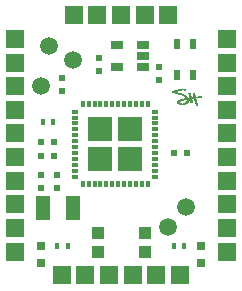
<source format=gbr>
G04 #@! TF.FileFunction,Soldermask,Top*
%FSLAX46Y46*%
G04 Gerber Fmt 4.6, Leading zero omitted, Abs format (unit mm)*
G04 Created by KiCad (PCBNEW 4.0.7) date 07/19/18 20:32:38*
%MOMM*%
%LPD*%
G01*
G04 APERTURE LIST*
%ADD10C,0.100000*%
%ADD11C,0.010000*%
%ADD12R,1.500000X1.500000*%
%ADD13R,0.500000X0.600000*%
%ADD14R,0.600000X0.500000*%
%ADD15R,0.797560X0.797560*%
%ADD16R,0.400000X0.600000*%
%ADD17R,1.237160X2.037160*%
%ADD18R,0.500000X0.900000*%
%ADD19C,1.500000*%
%ADD20R,0.300000X0.550000*%
%ADD21R,0.550000X0.300000*%
%ADD22R,2.002000X2.002000*%
%ADD23R,1.000000X1.000000*%
%ADD24R,1.060000X0.650000*%
G04 APERTURE END LIST*
D10*
D11*
G36*
X114288794Y-84213118D02*
X114293962Y-84213336D01*
X114323879Y-84214903D01*
X114354861Y-84231555D01*
X114373703Y-84242000D01*
X114388833Y-84251152D01*
X114400830Y-84259424D01*
X114410273Y-84267229D01*
X114417741Y-84274979D01*
X114420431Y-84278322D01*
X114426120Y-84286394D01*
X114430187Y-84293368D01*
X114432322Y-84298544D01*
X114432212Y-84301224D01*
X114430615Y-84301231D01*
X114425584Y-84299736D01*
X114417020Y-84297639D01*
X114405935Y-84295150D01*
X114393340Y-84292481D01*
X114380248Y-84289843D01*
X114367672Y-84287448D01*
X114356624Y-84285507D01*
X114351298Y-84284670D01*
X114299318Y-84278929D01*
X114244262Y-84276529D01*
X114186228Y-84277456D01*
X114125315Y-84281699D01*
X114061623Y-84289244D01*
X113995251Y-84300079D01*
X113926298Y-84314191D01*
X113854863Y-84331569D01*
X113781045Y-84352198D01*
X113753594Y-84360515D01*
X113734626Y-84366489D01*
X113714479Y-84373035D01*
X113693590Y-84379993D01*
X113672395Y-84387205D01*
X113651333Y-84394512D01*
X113630839Y-84401756D01*
X113611352Y-84408778D01*
X113593308Y-84415419D01*
X113577144Y-84421520D01*
X113563298Y-84426924D01*
X113552206Y-84431471D01*
X113544307Y-84435002D01*
X113540035Y-84437359D01*
X113539460Y-84438247D01*
X113542220Y-84439481D01*
X113549052Y-84441996D01*
X113559623Y-84445686D01*
X113573604Y-84450440D01*
X113590662Y-84456149D01*
X113610466Y-84462704D01*
X113632685Y-84469996D01*
X113656986Y-84477916D01*
X113683038Y-84486355D01*
X113710509Y-84495203D01*
X113739069Y-84504351D01*
X113768386Y-84513691D01*
X113774455Y-84515618D01*
X113828772Y-84532961D01*
X113878965Y-84549222D01*
X113925365Y-84564527D01*
X113968304Y-84578999D01*
X114008116Y-84592765D01*
X114045132Y-84605948D01*
X114079686Y-84618675D01*
X114112110Y-84631069D01*
X114142735Y-84643257D01*
X114171896Y-84655362D01*
X114199923Y-84667511D01*
X114227150Y-84679827D01*
X114253910Y-84692436D01*
X114280534Y-84705463D01*
X114283672Y-84707028D01*
X114344695Y-84739265D01*
X114401318Y-84772777D01*
X114453587Y-84807594D01*
X114501551Y-84843746D01*
X114526127Y-84864223D01*
X114539978Y-84876605D01*
X114555205Y-84890912D01*
X114570888Y-84906226D01*
X114586109Y-84921627D01*
X114599947Y-84936196D01*
X114611483Y-84949014D01*
X114614677Y-84952760D01*
X114628881Y-84969730D01*
X114647354Y-84968534D01*
X114656798Y-84967451D01*
X114669125Y-84965367D01*
X114682789Y-84962574D01*
X114696238Y-84959365D01*
X114697159Y-84959125D01*
X114710379Y-84955920D01*
X114724275Y-84952997D01*
X114738015Y-84950481D01*
X114750771Y-84948499D01*
X114761712Y-84947177D01*
X114770010Y-84946642D01*
X114774834Y-84947018D01*
X114775362Y-84947245D01*
X114777324Y-84947712D01*
X114778600Y-84945920D01*
X114779225Y-84941377D01*
X114779233Y-84933591D01*
X114778658Y-84922068D01*
X114777891Y-84911018D01*
X114776257Y-84890903D01*
X114774372Y-84871707D01*
X114772131Y-84852818D01*
X114769430Y-84833621D01*
X114766165Y-84813502D01*
X114762230Y-84791849D01*
X114757521Y-84768048D01*
X114751935Y-84741485D01*
X114745366Y-84711547D01*
X114739486Y-84685426D01*
X114734342Y-84662461D01*
X114729529Y-84640383D01*
X114725146Y-84619691D01*
X114721294Y-84600884D01*
X114718073Y-84584463D01*
X114715581Y-84570928D01*
X114713920Y-84560778D01*
X114713189Y-84554513D01*
X114713163Y-84553694D01*
X114715346Y-84550112D01*
X114721391Y-84546607D01*
X114730546Y-84543411D01*
X114742057Y-84540754D01*
X114755173Y-84538865D01*
X114763963Y-84538171D01*
X114781034Y-84538146D01*
X114795074Y-84540392D01*
X114807290Y-84545352D01*
X114818893Y-84553472D01*
X114827539Y-84561516D01*
X114836605Y-84571631D01*
X114844775Y-84582936D01*
X114852131Y-84595748D01*
X114858756Y-84610387D01*
X114864730Y-84627170D01*
X114870136Y-84646416D01*
X114875056Y-84668444D01*
X114879571Y-84693572D01*
X114883764Y-84722119D01*
X114887716Y-84754403D01*
X114891509Y-84790743D01*
X114894355Y-84821491D01*
X114896004Y-84839844D01*
X114897675Y-84857943D01*
X114899286Y-84874914D01*
X114900752Y-84889882D01*
X114901989Y-84901972D01*
X114902891Y-84910121D01*
X114905607Y-84932943D01*
X114943890Y-84931612D01*
X114982101Y-84929018D01*
X115019118Y-84924156D01*
X115042326Y-84920780D01*
X115065001Y-84918542D01*
X115089349Y-84917241D01*
X115097627Y-84916996D01*
X115139191Y-84915959D01*
X115138925Y-84895856D01*
X115138697Y-84888517D01*
X115138128Y-84881289D01*
X115137087Y-84873628D01*
X115135445Y-84864991D01*
X115133073Y-84854835D01*
X115129839Y-84842616D01*
X115125614Y-84827790D01*
X115120269Y-84809814D01*
X115113674Y-84788144D01*
X115111506Y-84781081D01*
X115104427Y-84757991D01*
X115098569Y-84738713D01*
X115093767Y-84722652D01*
X115089853Y-84709215D01*
X115086663Y-84697808D01*
X115084030Y-84687838D01*
X115081789Y-84678711D01*
X115079773Y-84669833D01*
X115077816Y-84660611D01*
X115077794Y-84660505D01*
X115075153Y-84644956D01*
X115073379Y-84628680D01*
X115072504Y-84612747D01*
X115072560Y-84598224D01*
X115073579Y-84586182D01*
X115075328Y-84578400D01*
X115081966Y-84565643D01*
X115091323Y-84556181D01*
X115102714Y-84550187D01*
X115115454Y-84547836D01*
X115128859Y-84549301D01*
X115142242Y-84554756D01*
X115149425Y-84559582D01*
X115160834Y-84570140D01*
X115171779Y-84583753D01*
X115182323Y-84600592D01*
X115192530Y-84620827D01*
X115202466Y-84644626D01*
X115212192Y-84672160D01*
X115221774Y-84703598D01*
X115231275Y-84739110D01*
X115240759Y-84778865D01*
X115250290Y-84823033D01*
X115252204Y-84832396D01*
X115255283Y-84847523D01*
X115258133Y-84861410D01*
X115260599Y-84873320D01*
X115262530Y-84882516D01*
X115263773Y-84888261D01*
X115264072Y-84889546D01*
X115264994Y-84892356D01*
X115266682Y-84894078D01*
X115270110Y-84894976D01*
X115276256Y-84895315D01*
X115285491Y-84895361D01*
X115310053Y-84894905D01*
X115335788Y-84893546D01*
X115363103Y-84891230D01*
X115392408Y-84887899D01*
X115424110Y-84883497D01*
X115458618Y-84877967D01*
X115496342Y-84871254D01*
X115537690Y-84863300D01*
X115580227Y-84854642D01*
X115621195Y-84846257D01*
X115657750Y-84839073D01*
X115689883Y-84833092D01*
X115717586Y-84828316D01*
X115740849Y-84824745D01*
X115759665Y-84822381D01*
X115761845Y-84822156D01*
X115781827Y-84820160D01*
X115783098Y-84827994D01*
X115783716Y-84835654D01*
X115782856Y-84843677D01*
X115780276Y-84853211D01*
X115775733Y-84865406D01*
X115774602Y-84868180D01*
X115770547Y-84877423D01*
X115767292Y-84883124D01*
X115764242Y-84886145D01*
X115761491Y-84887226D01*
X115755352Y-84888314D01*
X115745032Y-84889891D01*
X115730936Y-84891906D01*
X115713467Y-84894309D01*
X115693032Y-84897048D01*
X115670035Y-84900073D01*
X115644880Y-84903333D01*
X115617974Y-84906778D01*
X115589721Y-84910355D01*
X115560525Y-84914015D01*
X115530791Y-84917706D01*
X115500926Y-84921379D01*
X115471332Y-84924981D01*
X115442417Y-84928462D01*
X115414583Y-84931772D01*
X115388237Y-84934859D01*
X115363782Y-84937673D01*
X115341625Y-84940162D01*
X115327381Y-84941719D01*
X115313522Y-84943236D01*
X115301335Y-84944616D01*
X115291527Y-84945774D01*
X115284802Y-84946628D01*
X115281867Y-84947094D01*
X115281799Y-84947123D01*
X115282320Y-84949378D01*
X115284093Y-84955355D01*
X115286913Y-84964397D01*
X115290573Y-84975843D01*
X115294867Y-84989036D01*
X115296017Y-84992533D01*
X115302069Y-85011388D01*
X115307871Y-85030523D01*
X115313580Y-85050537D01*
X115319350Y-85072028D01*
X115325338Y-85095597D01*
X115331699Y-85121842D01*
X115338589Y-85151361D01*
X115346165Y-85184755D01*
X115347035Y-85188636D01*
X115354331Y-85221012D01*
X115360843Y-85249401D01*
X115366703Y-85274343D01*
X115372044Y-85296376D01*
X115377001Y-85316041D01*
X115381705Y-85333877D01*
X115386291Y-85350423D01*
X115390891Y-85366218D01*
X115390935Y-85366366D01*
X115395735Y-85381954D01*
X115400203Y-85395061D01*
X115404861Y-85406873D01*
X115410227Y-85418575D01*
X115416822Y-85431353D01*
X115425166Y-85446393D01*
X115428949Y-85453027D01*
X115439635Y-85472973D01*
X115447224Y-85490359D01*
X115451897Y-85505873D01*
X115453838Y-85520205D01*
X115453228Y-85534044D01*
X115452128Y-85540505D01*
X115449251Y-85551026D01*
X115445321Y-85557692D01*
X115439480Y-85561264D01*
X115430869Y-85562501D01*
X115427250Y-85562526D01*
X115417765Y-85561785D01*
X115408401Y-85560099D01*
X115404330Y-85558927D01*
X115396929Y-85555327D01*
X115388751Y-85549936D01*
X115384703Y-85546669D01*
X115381007Y-85543316D01*
X115377647Y-85539970D01*
X115374456Y-85536286D01*
X115371267Y-85531921D01*
X115367913Y-85526529D01*
X115364228Y-85519768D01*
X115360044Y-85511293D01*
X115355195Y-85500759D01*
X115349513Y-85487823D01*
X115342833Y-85472140D01*
X115334986Y-85453367D01*
X115325807Y-85431158D01*
X115315127Y-85405170D01*
X115309819Y-85392227D01*
X115301097Y-85370634D01*
X115292131Y-85347777D01*
X115282756Y-85323206D01*
X115272805Y-85296468D01*
X115262112Y-85267112D01*
X115250511Y-85234687D01*
X115237835Y-85198741D01*
X115224648Y-85160927D01*
X115212700Y-85126593D01*
X115201488Y-85094544D01*
X115191129Y-85065109D01*
X115181740Y-85038616D01*
X115173437Y-85015392D01*
X115166335Y-84995767D01*
X115160553Y-84980067D01*
X115158777Y-84975333D01*
X115153651Y-84961767D01*
X115141803Y-84963253D01*
X115136551Y-84963880D01*
X115127388Y-84964940D01*
X115114991Y-84966356D01*
X115100039Y-84968050D01*
X115083210Y-84969946D01*
X115065183Y-84971967D01*
X115058372Y-84972727D01*
X115038470Y-84974982D01*
X115018082Y-84977353D01*
X114998201Y-84979719D01*
X114979821Y-84981962D01*
X114963936Y-84983962D01*
X114951538Y-84985598D01*
X114950422Y-84985752D01*
X114914054Y-84990788D01*
X114914054Y-85004119D01*
X114914464Y-85010826D01*
X114915598Y-85021012D01*
X114917316Y-85033623D01*
X114919476Y-85047602D01*
X114921344Y-85058593D01*
X114924713Y-85078982D01*
X114927015Y-85096528D01*
X114928420Y-85112838D01*
X114929098Y-85129520D01*
X114929152Y-85132418D01*
X114929451Y-85144386D01*
X114929916Y-85154783D01*
X114930491Y-85162692D01*
X114931120Y-85167199D01*
X114931330Y-85167786D01*
X114933789Y-85169988D01*
X114939364Y-85174143D01*
X114947288Y-85179702D01*
X114956795Y-85186118D01*
X114959299Y-85187772D01*
X114976226Y-85199840D01*
X114989007Y-85211293D01*
X114997963Y-85222691D01*
X115003415Y-85234593D01*
X115005682Y-85247562D01*
X115005087Y-85262157D01*
X115004433Y-85266719D01*
X115000137Y-85279126D01*
X114991720Y-85290126D01*
X114979584Y-85299248D01*
X114974261Y-85302039D01*
X114962953Y-85305707D01*
X114948449Y-85307847D01*
X114931930Y-85308404D01*
X114914578Y-85307321D01*
X114902155Y-85305479D01*
X114893225Y-85303574D01*
X114882304Y-85300907D01*
X114870300Y-85297741D01*
X114858121Y-85294336D01*
X114846675Y-85290955D01*
X114836871Y-85287860D01*
X114829617Y-85285312D01*
X114825821Y-85283574D01*
X114825629Y-85283421D01*
X114824245Y-85280258D01*
X114822292Y-85273150D01*
X114819890Y-85262718D01*
X114817161Y-85249585D01*
X114814226Y-85234372D01*
X114811204Y-85217700D01*
X114808217Y-85200192D01*
X114805385Y-85182468D01*
X114803276Y-85168294D01*
X114801624Y-85156129D01*
X114799773Y-85141421D01*
X114797801Y-85124903D01*
X114795786Y-85107309D01*
X114793808Y-85089372D01*
X114791944Y-85071824D01*
X114790272Y-85055400D01*
X114788871Y-85040832D01*
X114787819Y-85028853D01*
X114787195Y-85020197D01*
X114787054Y-85016433D01*
X114785826Y-85015170D01*
X114781690Y-85015169D01*
X114773969Y-85016454D01*
X114771468Y-85016965D01*
X114765300Y-85018370D01*
X114756179Y-85020598D01*
X114744870Y-85023447D01*
X114732138Y-85026715D01*
X114718749Y-85030201D01*
X114705468Y-85033703D01*
X114693061Y-85037021D01*
X114682294Y-85039952D01*
X114673931Y-85042295D01*
X114668739Y-85043849D01*
X114667398Y-85044361D01*
X114667901Y-85046607D01*
X114670024Y-85051524D01*
X114671400Y-85054318D01*
X114678728Y-85072266D01*
X114684332Y-85093427D01*
X114688084Y-85116679D01*
X114689853Y-85140899D01*
X114689509Y-85164965D01*
X114686924Y-85187756D01*
X114686856Y-85188149D01*
X114678236Y-85224573D01*
X114665323Y-85260548D01*
X114648441Y-85295591D01*
X114627916Y-85329219D01*
X114604073Y-85360948D01*
X114577237Y-85390295D01*
X114547732Y-85416776D01*
X114518933Y-85437914D01*
X114485704Y-85458140D01*
X114451401Y-85475434D01*
X114415401Y-85490014D01*
X114377084Y-85502101D01*
X114335826Y-85511915D01*
X114291008Y-85519675D01*
X114285981Y-85520392D01*
X114270282Y-85522077D01*
X114250957Y-85523335D01*
X114228982Y-85524168D01*
X114205330Y-85524575D01*
X114180975Y-85524556D01*
X114156891Y-85524114D01*
X114134051Y-85523246D01*
X114113430Y-85521955D01*
X114096636Y-85520318D01*
X114067122Y-85516259D01*
X114036672Y-85511216D01*
X114006310Y-85505404D01*
X113977059Y-85499037D01*
X113949945Y-85492332D01*
X113925989Y-85485502D01*
X113917085Y-85482637D01*
X113890055Y-85472490D01*
X113864011Y-85460618D01*
X113839531Y-85447396D01*
X113817194Y-85433196D01*
X113797578Y-85418395D01*
X113781261Y-85403365D01*
X113768822Y-85388481D01*
X113766735Y-85385375D01*
X113758765Y-85369302D01*
X113754499Y-85352220D01*
X113754334Y-85342288D01*
X113879679Y-85342288D01*
X113880227Y-85357186D01*
X113884062Y-85369616D01*
X113892652Y-85382625D01*
X113905531Y-85395375D01*
X113922372Y-85407708D01*
X113942849Y-85419468D01*
X113966635Y-85430499D01*
X113993401Y-85440644D01*
X114022822Y-85449748D01*
X114054569Y-85457652D01*
X114078068Y-85462401D01*
X114108132Y-85467356D01*
X114135003Y-85470514D01*
X114159712Y-85471942D01*
X114183292Y-85471703D01*
X114203187Y-85470241D01*
X114241817Y-85464481D01*
X114280003Y-85455193D01*
X114317370Y-85442638D01*
X114353541Y-85427077D01*
X114388143Y-85408770D01*
X114420800Y-85387978D01*
X114451137Y-85364963D01*
X114478778Y-85339985D01*
X114503350Y-85313305D01*
X114524476Y-85285184D01*
X114541782Y-85255883D01*
X114554892Y-85225662D01*
X114554908Y-85225617D01*
X114562144Y-85201913D01*
X114566370Y-85179255D01*
X114567958Y-85155544D01*
X114567991Y-85151691D01*
X114566274Y-85122845D01*
X114560826Y-85095660D01*
X114552267Y-85070872D01*
X114547723Y-85060023D01*
X114544388Y-85052864D01*
X114541754Y-85048801D01*
X114539309Y-85047239D01*
X114536546Y-85047582D01*
X114533500Y-85048961D01*
X114529248Y-85050484D01*
X114520915Y-85052904D01*
X114508929Y-85056115D01*
X114493717Y-85060012D01*
X114475707Y-85064489D01*
X114455325Y-85069440D01*
X114433001Y-85074759D01*
X114409160Y-85080341D01*
X114384230Y-85086079D01*
X114374881Y-85088206D01*
X114330979Y-85098483D01*
X114290837Y-85108603D01*
X114253621Y-85118837D01*
X114218493Y-85129457D01*
X114184617Y-85140733D01*
X114151155Y-85152937D01*
X114117271Y-85166341D01*
X114082129Y-85181216D01*
X114065489Y-85188547D01*
X114028608Y-85205675D01*
X113996159Y-85222251D01*
X113968003Y-85238371D01*
X113943999Y-85254133D01*
X113924008Y-85269634D01*
X113907890Y-85284970D01*
X113895505Y-85300239D01*
X113889007Y-85310891D01*
X113882634Y-85326525D01*
X113879679Y-85342288D01*
X113754334Y-85342288D01*
X113754217Y-85335347D01*
X113754620Y-85332368D01*
X113759665Y-85312370D01*
X113768447Y-85290846D01*
X113780630Y-85268442D01*
X113795876Y-85245804D01*
X113807825Y-85230599D01*
X113824822Y-85212878D01*
X113846095Y-85195196D01*
X113871307Y-85177731D01*
X113900120Y-85160664D01*
X113932193Y-85144174D01*
X113967190Y-85128442D01*
X114004770Y-85113647D01*
X114044597Y-85099969D01*
X114066618Y-85093199D01*
X114083688Y-85088224D01*
X114100161Y-85083575D01*
X114116529Y-85079136D01*
X114133280Y-85074794D01*
X114150906Y-85070433D01*
X114169895Y-85065939D01*
X114190738Y-85061196D01*
X114213924Y-85056090D01*
X114239944Y-85050506D01*
X114269287Y-85044330D01*
X114302444Y-85037446D01*
X114319531Y-85033923D01*
X114350658Y-85027484D01*
X114379811Y-85021384D01*
X114406701Y-85015688D01*
X114431038Y-85010459D01*
X114452533Y-85005761D01*
X114470897Y-85001657D01*
X114485841Y-84998212D01*
X114497075Y-84995490D01*
X114504310Y-84993553D01*
X114507075Y-84992586D01*
X114506966Y-84990241D01*
X114503791Y-84985083D01*
X114497856Y-84977460D01*
X114489465Y-84967718D01*
X114478922Y-84956203D01*
X114466531Y-84943260D01*
X114452596Y-84929238D01*
X114443926Y-84920745D01*
X114401672Y-84882508D01*
X114355212Y-84845634D01*
X114304793Y-84810264D01*
X114250664Y-84776539D01*
X114193071Y-84744600D01*
X114132263Y-84714588D01*
X114068486Y-84686643D01*
X114001989Y-84660908D01*
X113965156Y-84648019D01*
X113945256Y-84641390D01*
X113926426Y-84635311D01*
X113907999Y-84629596D01*
X113889308Y-84624059D01*
X113869687Y-84618512D01*
X113848467Y-84612768D01*
X113824983Y-84606640D01*
X113798568Y-84599942D01*
X113768554Y-84592486D01*
X113756701Y-84589571D01*
X113727912Y-84582479D01*
X113702980Y-84576269D01*
X113681266Y-84570763D01*
X113662133Y-84565785D01*
X113644942Y-84561160D01*
X113629054Y-84556710D01*
X113613830Y-84552260D01*
X113598633Y-84547633D01*
X113582824Y-84542652D01*
X113565765Y-84537142D01*
X113559772Y-84535184D01*
X113542424Y-84529592D01*
X113523570Y-84523665D01*
X113504692Y-84517857D01*
X113487273Y-84512627D01*
X113473181Y-84508538D01*
X113445747Y-84500312D01*
X113422616Y-84492291D01*
X113403491Y-84484297D01*
X113388073Y-84476150D01*
X113376063Y-84467670D01*
X113367163Y-84458677D01*
X113361076Y-84448992D01*
X113357607Y-84438905D01*
X113356531Y-84429045D01*
X113358327Y-84420229D01*
X113363326Y-84412055D01*
X113371863Y-84404119D01*
X113384269Y-84396020D01*
X113399908Y-84387826D01*
X113410791Y-84382755D01*
X113422603Y-84377706D01*
X113435667Y-84372577D01*
X113450304Y-84367271D01*
X113466835Y-84361688D01*
X113485580Y-84355728D01*
X113506862Y-84349293D01*
X113531002Y-84342283D01*
X113558320Y-84334599D01*
X113589138Y-84326141D01*
X113623777Y-84316811D01*
X113662558Y-84306509D01*
X113665991Y-84305603D01*
X113716020Y-84292558D01*
X113762154Y-84280885D01*
X113804875Y-84270490D01*
X113844667Y-84261278D01*
X113882012Y-84253153D01*
X113917395Y-84246021D01*
X113951297Y-84239787D01*
X113984203Y-84234355D01*
X114016595Y-84229631D01*
X114048956Y-84225519D01*
X114081770Y-84221926D01*
X114101254Y-84220036D01*
X114119837Y-84218508D01*
X114140965Y-84217101D01*
X114163787Y-84215844D01*
X114187456Y-84214767D01*
X114211123Y-84213900D01*
X114233939Y-84213272D01*
X114255055Y-84212913D01*
X114273623Y-84212852D01*
X114288794Y-84213118D01*
X114288794Y-84213118D01*
G37*
X114288794Y-84213118D02*
X114293962Y-84213336D01*
X114323879Y-84214903D01*
X114354861Y-84231555D01*
X114373703Y-84242000D01*
X114388833Y-84251152D01*
X114400830Y-84259424D01*
X114410273Y-84267229D01*
X114417741Y-84274979D01*
X114420431Y-84278322D01*
X114426120Y-84286394D01*
X114430187Y-84293368D01*
X114432322Y-84298544D01*
X114432212Y-84301224D01*
X114430615Y-84301231D01*
X114425584Y-84299736D01*
X114417020Y-84297639D01*
X114405935Y-84295150D01*
X114393340Y-84292481D01*
X114380248Y-84289843D01*
X114367672Y-84287448D01*
X114356624Y-84285507D01*
X114351298Y-84284670D01*
X114299318Y-84278929D01*
X114244262Y-84276529D01*
X114186228Y-84277456D01*
X114125315Y-84281699D01*
X114061623Y-84289244D01*
X113995251Y-84300079D01*
X113926298Y-84314191D01*
X113854863Y-84331569D01*
X113781045Y-84352198D01*
X113753594Y-84360515D01*
X113734626Y-84366489D01*
X113714479Y-84373035D01*
X113693590Y-84379993D01*
X113672395Y-84387205D01*
X113651333Y-84394512D01*
X113630839Y-84401756D01*
X113611352Y-84408778D01*
X113593308Y-84415419D01*
X113577144Y-84421520D01*
X113563298Y-84426924D01*
X113552206Y-84431471D01*
X113544307Y-84435002D01*
X113540035Y-84437359D01*
X113539460Y-84438247D01*
X113542220Y-84439481D01*
X113549052Y-84441996D01*
X113559623Y-84445686D01*
X113573604Y-84450440D01*
X113590662Y-84456149D01*
X113610466Y-84462704D01*
X113632685Y-84469996D01*
X113656986Y-84477916D01*
X113683038Y-84486355D01*
X113710509Y-84495203D01*
X113739069Y-84504351D01*
X113768386Y-84513691D01*
X113774455Y-84515618D01*
X113828772Y-84532961D01*
X113878965Y-84549222D01*
X113925365Y-84564527D01*
X113968304Y-84578999D01*
X114008116Y-84592765D01*
X114045132Y-84605948D01*
X114079686Y-84618675D01*
X114112110Y-84631069D01*
X114142735Y-84643257D01*
X114171896Y-84655362D01*
X114199923Y-84667511D01*
X114227150Y-84679827D01*
X114253910Y-84692436D01*
X114280534Y-84705463D01*
X114283672Y-84707028D01*
X114344695Y-84739265D01*
X114401318Y-84772777D01*
X114453587Y-84807594D01*
X114501551Y-84843746D01*
X114526127Y-84864223D01*
X114539978Y-84876605D01*
X114555205Y-84890912D01*
X114570888Y-84906226D01*
X114586109Y-84921627D01*
X114599947Y-84936196D01*
X114611483Y-84949014D01*
X114614677Y-84952760D01*
X114628881Y-84969730D01*
X114647354Y-84968534D01*
X114656798Y-84967451D01*
X114669125Y-84965367D01*
X114682789Y-84962574D01*
X114696238Y-84959365D01*
X114697159Y-84959125D01*
X114710379Y-84955920D01*
X114724275Y-84952997D01*
X114738015Y-84950481D01*
X114750771Y-84948499D01*
X114761712Y-84947177D01*
X114770010Y-84946642D01*
X114774834Y-84947018D01*
X114775362Y-84947245D01*
X114777324Y-84947712D01*
X114778600Y-84945920D01*
X114779225Y-84941377D01*
X114779233Y-84933591D01*
X114778658Y-84922068D01*
X114777891Y-84911018D01*
X114776257Y-84890903D01*
X114774372Y-84871707D01*
X114772131Y-84852818D01*
X114769430Y-84833621D01*
X114766165Y-84813502D01*
X114762230Y-84791849D01*
X114757521Y-84768048D01*
X114751935Y-84741485D01*
X114745366Y-84711547D01*
X114739486Y-84685426D01*
X114734342Y-84662461D01*
X114729529Y-84640383D01*
X114725146Y-84619691D01*
X114721294Y-84600884D01*
X114718073Y-84584463D01*
X114715581Y-84570928D01*
X114713920Y-84560778D01*
X114713189Y-84554513D01*
X114713163Y-84553694D01*
X114715346Y-84550112D01*
X114721391Y-84546607D01*
X114730546Y-84543411D01*
X114742057Y-84540754D01*
X114755173Y-84538865D01*
X114763963Y-84538171D01*
X114781034Y-84538146D01*
X114795074Y-84540392D01*
X114807290Y-84545352D01*
X114818893Y-84553472D01*
X114827539Y-84561516D01*
X114836605Y-84571631D01*
X114844775Y-84582936D01*
X114852131Y-84595748D01*
X114858756Y-84610387D01*
X114864730Y-84627170D01*
X114870136Y-84646416D01*
X114875056Y-84668444D01*
X114879571Y-84693572D01*
X114883764Y-84722119D01*
X114887716Y-84754403D01*
X114891509Y-84790743D01*
X114894355Y-84821491D01*
X114896004Y-84839844D01*
X114897675Y-84857943D01*
X114899286Y-84874914D01*
X114900752Y-84889882D01*
X114901989Y-84901972D01*
X114902891Y-84910121D01*
X114905607Y-84932943D01*
X114943890Y-84931612D01*
X114982101Y-84929018D01*
X115019118Y-84924156D01*
X115042326Y-84920780D01*
X115065001Y-84918542D01*
X115089349Y-84917241D01*
X115097627Y-84916996D01*
X115139191Y-84915959D01*
X115138925Y-84895856D01*
X115138697Y-84888517D01*
X115138128Y-84881289D01*
X115137087Y-84873628D01*
X115135445Y-84864991D01*
X115133073Y-84854835D01*
X115129839Y-84842616D01*
X115125614Y-84827790D01*
X115120269Y-84809814D01*
X115113674Y-84788144D01*
X115111506Y-84781081D01*
X115104427Y-84757991D01*
X115098569Y-84738713D01*
X115093767Y-84722652D01*
X115089853Y-84709215D01*
X115086663Y-84697808D01*
X115084030Y-84687838D01*
X115081789Y-84678711D01*
X115079773Y-84669833D01*
X115077816Y-84660611D01*
X115077794Y-84660505D01*
X115075153Y-84644956D01*
X115073379Y-84628680D01*
X115072504Y-84612747D01*
X115072560Y-84598224D01*
X115073579Y-84586182D01*
X115075328Y-84578400D01*
X115081966Y-84565643D01*
X115091323Y-84556181D01*
X115102714Y-84550187D01*
X115115454Y-84547836D01*
X115128859Y-84549301D01*
X115142242Y-84554756D01*
X115149425Y-84559582D01*
X115160834Y-84570140D01*
X115171779Y-84583753D01*
X115182323Y-84600592D01*
X115192530Y-84620827D01*
X115202466Y-84644626D01*
X115212192Y-84672160D01*
X115221774Y-84703598D01*
X115231275Y-84739110D01*
X115240759Y-84778865D01*
X115250290Y-84823033D01*
X115252204Y-84832396D01*
X115255283Y-84847523D01*
X115258133Y-84861410D01*
X115260599Y-84873320D01*
X115262530Y-84882516D01*
X115263773Y-84888261D01*
X115264072Y-84889546D01*
X115264994Y-84892356D01*
X115266682Y-84894078D01*
X115270110Y-84894976D01*
X115276256Y-84895315D01*
X115285491Y-84895361D01*
X115310053Y-84894905D01*
X115335788Y-84893546D01*
X115363103Y-84891230D01*
X115392408Y-84887899D01*
X115424110Y-84883497D01*
X115458618Y-84877967D01*
X115496342Y-84871254D01*
X115537690Y-84863300D01*
X115580227Y-84854642D01*
X115621195Y-84846257D01*
X115657750Y-84839073D01*
X115689883Y-84833092D01*
X115717586Y-84828316D01*
X115740849Y-84824745D01*
X115759665Y-84822381D01*
X115761845Y-84822156D01*
X115781827Y-84820160D01*
X115783098Y-84827994D01*
X115783716Y-84835654D01*
X115782856Y-84843677D01*
X115780276Y-84853211D01*
X115775733Y-84865406D01*
X115774602Y-84868180D01*
X115770547Y-84877423D01*
X115767292Y-84883124D01*
X115764242Y-84886145D01*
X115761491Y-84887226D01*
X115755352Y-84888314D01*
X115745032Y-84889891D01*
X115730936Y-84891906D01*
X115713467Y-84894309D01*
X115693032Y-84897048D01*
X115670035Y-84900073D01*
X115644880Y-84903333D01*
X115617974Y-84906778D01*
X115589721Y-84910355D01*
X115560525Y-84914015D01*
X115530791Y-84917706D01*
X115500926Y-84921379D01*
X115471332Y-84924981D01*
X115442417Y-84928462D01*
X115414583Y-84931772D01*
X115388237Y-84934859D01*
X115363782Y-84937673D01*
X115341625Y-84940162D01*
X115327381Y-84941719D01*
X115313522Y-84943236D01*
X115301335Y-84944616D01*
X115291527Y-84945774D01*
X115284802Y-84946628D01*
X115281867Y-84947094D01*
X115281799Y-84947123D01*
X115282320Y-84949378D01*
X115284093Y-84955355D01*
X115286913Y-84964397D01*
X115290573Y-84975843D01*
X115294867Y-84989036D01*
X115296017Y-84992533D01*
X115302069Y-85011388D01*
X115307871Y-85030523D01*
X115313580Y-85050537D01*
X115319350Y-85072028D01*
X115325338Y-85095597D01*
X115331699Y-85121842D01*
X115338589Y-85151361D01*
X115346165Y-85184755D01*
X115347035Y-85188636D01*
X115354331Y-85221012D01*
X115360843Y-85249401D01*
X115366703Y-85274343D01*
X115372044Y-85296376D01*
X115377001Y-85316041D01*
X115381705Y-85333877D01*
X115386291Y-85350423D01*
X115390891Y-85366218D01*
X115390935Y-85366366D01*
X115395735Y-85381954D01*
X115400203Y-85395061D01*
X115404861Y-85406873D01*
X115410227Y-85418575D01*
X115416822Y-85431353D01*
X115425166Y-85446393D01*
X115428949Y-85453027D01*
X115439635Y-85472973D01*
X115447224Y-85490359D01*
X115451897Y-85505873D01*
X115453838Y-85520205D01*
X115453228Y-85534044D01*
X115452128Y-85540505D01*
X115449251Y-85551026D01*
X115445321Y-85557692D01*
X115439480Y-85561264D01*
X115430869Y-85562501D01*
X115427250Y-85562526D01*
X115417765Y-85561785D01*
X115408401Y-85560099D01*
X115404330Y-85558927D01*
X115396929Y-85555327D01*
X115388751Y-85549936D01*
X115384703Y-85546669D01*
X115381007Y-85543316D01*
X115377647Y-85539970D01*
X115374456Y-85536286D01*
X115371267Y-85531921D01*
X115367913Y-85526529D01*
X115364228Y-85519768D01*
X115360044Y-85511293D01*
X115355195Y-85500759D01*
X115349513Y-85487823D01*
X115342833Y-85472140D01*
X115334986Y-85453367D01*
X115325807Y-85431158D01*
X115315127Y-85405170D01*
X115309819Y-85392227D01*
X115301097Y-85370634D01*
X115292131Y-85347777D01*
X115282756Y-85323206D01*
X115272805Y-85296468D01*
X115262112Y-85267112D01*
X115250511Y-85234687D01*
X115237835Y-85198741D01*
X115224648Y-85160927D01*
X115212700Y-85126593D01*
X115201488Y-85094544D01*
X115191129Y-85065109D01*
X115181740Y-85038616D01*
X115173437Y-85015392D01*
X115166335Y-84995767D01*
X115160553Y-84980067D01*
X115158777Y-84975333D01*
X115153651Y-84961767D01*
X115141803Y-84963253D01*
X115136551Y-84963880D01*
X115127388Y-84964940D01*
X115114991Y-84966356D01*
X115100039Y-84968050D01*
X115083210Y-84969946D01*
X115065183Y-84971967D01*
X115058372Y-84972727D01*
X115038470Y-84974982D01*
X115018082Y-84977353D01*
X114998201Y-84979719D01*
X114979821Y-84981962D01*
X114963936Y-84983962D01*
X114951538Y-84985598D01*
X114950422Y-84985752D01*
X114914054Y-84990788D01*
X114914054Y-85004119D01*
X114914464Y-85010826D01*
X114915598Y-85021012D01*
X114917316Y-85033623D01*
X114919476Y-85047602D01*
X114921344Y-85058593D01*
X114924713Y-85078982D01*
X114927015Y-85096528D01*
X114928420Y-85112838D01*
X114929098Y-85129520D01*
X114929152Y-85132418D01*
X114929451Y-85144386D01*
X114929916Y-85154783D01*
X114930491Y-85162692D01*
X114931120Y-85167199D01*
X114931330Y-85167786D01*
X114933789Y-85169988D01*
X114939364Y-85174143D01*
X114947288Y-85179702D01*
X114956795Y-85186118D01*
X114959299Y-85187772D01*
X114976226Y-85199840D01*
X114989007Y-85211293D01*
X114997963Y-85222691D01*
X115003415Y-85234593D01*
X115005682Y-85247562D01*
X115005087Y-85262157D01*
X115004433Y-85266719D01*
X115000137Y-85279126D01*
X114991720Y-85290126D01*
X114979584Y-85299248D01*
X114974261Y-85302039D01*
X114962953Y-85305707D01*
X114948449Y-85307847D01*
X114931930Y-85308404D01*
X114914578Y-85307321D01*
X114902155Y-85305479D01*
X114893225Y-85303574D01*
X114882304Y-85300907D01*
X114870300Y-85297741D01*
X114858121Y-85294336D01*
X114846675Y-85290955D01*
X114836871Y-85287860D01*
X114829617Y-85285312D01*
X114825821Y-85283574D01*
X114825629Y-85283421D01*
X114824245Y-85280258D01*
X114822292Y-85273150D01*
X114819890Y-85262718D01*
X114817161Y-85249585D01*
X114814226Y-85234372D01*
X114811204Y-85217700D01*
X114808217Y-85200192D01*
X114805385Y-85182468D01*
X114803276Y-85168294D01*
X114801624Y-85156129D01*
X114799773Y-85141421D01*
X114797801Y-85124903D01*
X114795786Y-85107309D01*
X114793808Y-85089372D01*
X114791944Y-85071824D01*
X114790272Y-85055400D01*
X114788871Y-85040832D01*
X114787819Y-85028853D01*
X114787195Y-85020197D01*
X114787054Y-85016433D01*
X114785826Y-85015170D01*
X114781690Y-85015169D01*
X114773969Y-85016454D01*
X114771468Y-85016965D01*
X114765300Y-85018370D01*
X114756179Y-85020598D01*
X114744870Y-85023447D01*
X114732138Y-85026715D01*
X114718749Y-85030201D01*
X114705468Y-85033703D01*
X114693061Y-85037021D01*
X114682294Y-85039952D01*
X114673931Y-85042295D01*
X114668739Y-85043849D01*
X114667398Y-85044361D01*
X114667901Y-85046607D01*
X114670024Y-85051524D01*
X114671400Y-85054318D01*
X114678728Y-85072266D01*
X114684332Y-85093427D01*
X114688084Y-85116679D01*
X114689853Y-85140899D01*
X114689509Y-85164965D01*
X114686924Y-85187756D01*
X114686856Y-85188149D01*
X114678236Y-85224573D01*
X114665323Y-85260548D01*
X114648441Y-85295591D01*
X114627916Y-85329219D01*
X114604073Y-85360948D01*
X114577237Y-85390295D01*
X114547732Y-85416776D01*
X114518933Y-85437914D01*
X114485704Y-85458140D01*
X114451401Y-85475434D01*
X114415401Y-85490014D01*
X114377084Y-85502101D01*
X114335826Y-85511915D01*
X114291008Y-85519675D01*
X114285981Y-85520392D01*
X114270282Y-85522077D01*
X114250957Y-85523335D01*
X114228982Y-85524168D01*
X114205330Y-85524575D01*
X114180975Y-85524556D01*
X114156891Y-85524114D01*
X114134051Y-85523246D01*
X114113430Y-85521955D01*
X114096636Y-85520318D01*
X114067122Y-85516259D01*
X114036672Y-85511216D01*
X114006310Y-85505404D01*
X113977059Y-85499037D01*
X113949945Y-85492332D01*
X113925989Y-85485502D01*
X113917085Y-85482637D01*
X113890055Y-85472490D01*
X113864011Y-85460618D01*
X113839531Y-85447396D01*
X113817194Y-85433196D01*
X113797578Y-85418395D01*
X113781261Y-85403365D01*
X113768822Y-85388481D01*
X113766735Y-85385375D01*
X113758765Y-85369302D01*
X113754499Y-85352220D01*
X113754334Y-85342288D01*
X113879679Y-85342288D01*
X113880227Y-85357186D01*
X113884062Y-85369616D01*
X113892652Y-85382625D01*
X113905531Y-85395375D01*
X113922372Y-85407708D01*
X113942849Y-85419468D01*
X113966635Y-85430499D01*
X113993401Y-85440644D01*
X114022822Y-85449748D01*
X114054569Y-85457652D01*
X114078068Y-85462401D01*
X114108132Y-85467356D01*
X114135003Y-85470514D01*
X114159712Y-85471942D01*
X114183292Y-85471703D01*
X114203187Y-85470241D01*
X114241817Y-85464481D01*
X114280003Y-85455193D01*
X114317370Y-85442638D01*
X114353541Y-85427077D01*
X114388143Y-85408770D01*
X114420800Y-85387978D01*
X114451137Y-85364963D01*
X114478778Y-85339985D01*
X114503350Y-85313305D01*
X114524476Y-85285184D01*
X114541782Y-85255883D01*
X114554892Y-85225662D01*
X114554908Y-85225617D01*
X114562144Y-85201913D01*
X114566370Y-85179255D01*
X114567958Y-85155544D01*
X114567991Y-85151691D01*
X114566274Y-85122845D01*
X114560826Y-85095660D01*
X114552267Y-85070872D01*
X114547723Y-85060023D01*
X114544388Y-85052864D01*
X114541754Y-85048801D01*
X114539309Y-85047239D01*
X114536546Y-85047582D01*
X114533500Y-85048961D01*
X114529248Y-85050484D01*
X114520915Y-85052904D01*
X114508929Y-85056115D01*
X114493717Y-85060012D01*
X114475707Y-85064489D01*
X114455325Y-85069440D01*
X114433001Y-85074759D01*
X114409160Y-85080341D01*
X114384230Y-85086079D01*
X114374881Y-85088206D01*
X114330979Y-85098483D01*
X114290837Y-85108603D01*
X114253621Y-85118837D01*
X114218493Y-85129457D01*
X114184617Y-85140733D01*
X114151155Y-85152937D01*
X114117271Y-85166341D01*
X114082129Y-85181216D01*
X114065489Y-85188547D01*
X114028608Y-85205675D01*
X113996159Y-85222251D01*
X113968003Y-85238371D01*
X113943999Y-85254133D01*
X113924008Y-85269634D01*
X113907890Y-85284970D01*
X113895505Y-85300239D01*
X113889007Y-85310891D01*
X113882634Y-85326525D01*
X113879679Y-85342288D01*
X113754334Y-85342288D01*
X113754217Y-85335347D01*
X113754620Y-85332368D01*
X113759665Y-85312370D01*
X113768447Y-85290846D01*
X113780630Y-85268442D01*
X113795876Y-85245804D01*
X113807825Y-85230599D01*
X113824822Y-85212878D01*
X113846095Y-85195196D01*
X113871307Y-85177731D01*
X113900120Y-85160664D01*
X113932193Y-85144174D01*
X113967190Y-85128442D01*
X114004770Y-85113647D01*
X114044597Y-85099969D01*
X114066618Y-85093199D01*
X114083688Y-85088224D01*
X114100161Y-85083575D01*
X114116529Y-85079136D01*
X114133280Y-85074794D01*
X114150906Y-85070433D01*
X114169895Y-85065939D01*
X114190738Y-85061196D01*
X114213924Y-85056090D01*
X114239944Y-85050506D01*
X114269287Y-85044330D01*
X114302444Y-85037446D01*
X114319531Y-85033923D01*
X114350658Y-85027484D01*
X114379811Y-85021384D01*
X114406701Y-85015688D01*
X114431038Y-85010459D01*
X114452533Y-85005761D01*
X114470897Y-85001657D01*
X114485841Y-84998212D01*
X114497075Y-84995490D01*
X114504310Y-84993553D01*
X114507075Y-84992586D01*
X114506966Y-84990241D01*
X114503791Y-84985083D01*
X114497856Y-84977460D01*
X114489465Y-84967718D01*
X114478922Y-84956203D01*
X114466531Y-84943260D01*
X114452596Y-84929238D01*
X114443926Y-84920745D01*
X114401672Y-84882508D01*
X114355212Y-84845634D01*
X114304793Y-84810264D01*
X114250664Y-84776539D01*
X114193071Y-84744600D01*
X114132263Y-84714588D01*
X114068486Y-84686643D01*
X114001989Y-84660908D01*
X113965156Y-84648019D01*
X113945256Y-84641390D01*
X113926426Y-84635311D01*
X113907999Y-84629596D01*
X113889308Y-84624059D01*
X113869687Y-84618512D01*
X113848467Y-84612768D01*
X113824983Y-84606640D01*
X113798568Y-84599942D01*
X113768554Y-84592486D01*
X113756701Y-84589571D01*
X113727912Y-84582479D01*
X113702980Y-84576269D01*
X113681266Y-84570763D01*
X113662133Y-84565785D01*
X113644942Y-84561160D01*
X113629054Y-84556710D01*
X113613830Y-84552260D01*
X113598633Y-84547633D01*
X113582824Y-84542652D01*
X113565765Y-84537142D01*
X113559772Y-84535184D01*
X113542424Y-84529592D01*
X113523570Y-84523665D01*
X113504692Y-84517857D01*
X113487273Y-84512627D01*
X113473181Y-84508538D01*
X113445747Y-84500312D01*
X113422616Y-84492291D01*
X113403491Y-84484297D01*
X113388073Y-84476150D01*
X113376063Y-84467670D01*
X113367163Y-84458677D01*
X113361076Y-84448992D01*
X113357607Y-84438905D01*
X113356531Y-84429045D01*
X113358327Y-84420229D01*
X113363326Y-84412055D01*
X113371863Y-84404119D01*
X113384269Y-84396020D01*
X113399908Y-84387826D01*
X113410791Y-84382755D01*
X113422603Y-84377706D01*
X113435667Y-84372577D01*
X113450304Y-84367271D01*
X113466835Y-84361688D01*
X113485580Y-84355728D01*
X113506862Y-84349293D01*
X113531002Y-84342283D01*
X113558320Y-84334599D01*
X113589138Y-84326141D01*
X113623777Y-84316811D01*
X113662558Y-84306509D01*
X113665991Y-84305603D01*
X113716020Y-84292558D01*
X113762154Y-84280885D01*
X113804875Y-84270490D01*
X113844667Y-84261278D01*
X113882012Y-84253153D01*
X113917395Y-84246021D01*
X113951297Y-84239787D01*
X113984203Y-84234355D01*
X114016595Y-84229631D01*
X114048956Y-84225519D01*
X114081770Y-84221926D01*
X114101254Y-84220036D01*
X114119837Y-84218508D01*
X114140965Y-84217101D01*
X114163787Y-84215844D01*
X114187456Y-84214767D01*
X114211123Y-84213900D01*
X114233939Y-84213272D01*
X114255055Y-84212913D01*
X114273623Y-84212852D01*
X114288794Y-84213118D01*
D12*
X100000000Y-90000000D03*
X100000000Y-88000000D03*
X100000000Y-86000000D03*
X100000000Y-84000000D03*
X100000000Y-96000000D03*
X100000000Y-94000000D03*
X100000000Y-98000000D03*
X100000000Y-92000000D03*
X100000000Y-80000000D03*
X100000000Y-82000000D03*
X104000000Y-100000000D03*
X106000000Y-100000000D03*
X108000000Y-100000000D03*
X110000000Y-100000000D03*
X114000000Y-100000000D03*
X112000000Y-100000000D03*
X118000000Y-86000000D03*
X118000000Y-84000000D03*
X118000000Y-90000000D03*
X118000000Y-88000000D03*
X118000000Y-80000000D03*
X118000000Y-82000000D03*
X118000000Y-96000000D03*
X118000000Y-94000000D03*
X118000000Y-98000000D03*
X118000000Y-92000000D03*
X107000000Y-78000000D03*
X109000000Y-78000000D03*
X105000000Y-78000000D03*
X111000000Y-78000000D03*
X113000000Y-78000000D03*
D13*
X103570000Y-92600000D03*
X103570000Y-91500000D03*
D14*
X103370000Y-89950000D03*
X102270000Y-89950000D03*
D13*
X102270000Y-92600000D03*
X102270000Y-91500000D03*
D14*
X103370000Y-88700000D03*
X102270000Y-88700000D03*
D13*
X112190000Y-82400000D03*
X112190000Y-83500000D03*
X107170000Y-81580000D03*
X107170000Y-82680000D03*
D14*
X113520000Y-89650000D03*
X114620000Y-89650000D03*
D13*
X103970000Y-84400000D03*
X103970000Y-83300000D03*
D15*
X115750000Y-98999300D03*
X115750000Y-97500700D03*
X102250000Y-98999300D03*
X102250000Y-97500700D03*
D16*
X102370000Y-87000000D03*
X103270000Y-87000000D03*
X113470000Y-97500000D03*
X114370000Y-97500000D03*
X104520000Y-97500000D03*
X103620000Y-97500000D03*
D17*
X102370000Y-94350000D03*
X104970000Y-94350000D03*
D18*
X115120000Y-83050000D03*
X115120000Y-80450000D03*
X113720000Y-83050000D03*
X113720000Y-80450000D03*
D19*
X113020000Y-95950000D03*
X114545000Y-94200000D03*
D20*
X105770000Y-92275000D03*
X106270000Y-92275000D03*
X106770000Y-92275000D03*
X107270000Y-92275000D03*
X107770000Y-92275000D03*
X108270000Y-92275000D03*
X108770000Y-92275000D03*
X109270000Y-92275000D03*
X109770000Y-92275000D03*
X110270000Y-92275000D03*
X110770000Y-92275000D03*
X111270000Y-92275000D03*
D21*
X111895000Y-91650000D03*
X111895000Y-91150000D03*
X111895000Y-90650000D03*
X111895000Y-90150000D03*
X111895000Y-89650000D03*
X111895000Y-89150000D03*
X111895000Y-88650000D03*
X111895000Y-88150000D03*
X111895000Y-87650000D03*
X111895000Y-87150000D03*
X111895000Y-86650000D03*
X111895000Y-86150000D03*
D20*
X111270000Y-85525000D03*
X110770000Y-85525000D03*
X110270000Y-85525000D03*
X109770000Y-85525000D03*
X109270000Y-85525000D03*
X108770000Y-85525000D03*
X108270000Y-85525000D03*
X107770000Y-85525000D03*
X107270000Y-85525000D03*
X106770000Y-85525000D03*
X106270000Y-85525000D03*
X105770000Y-85525000D03*
D21*
X105145000Y-86150000D03*
X105145000Y-86650000D03*
X105145000Y-87150000D03*
X105145000Y-87650000D03*
X105145000Y-88150000D03*
X105145000Y-88650000D03*
X105145000Y-89150000D03*
X105145000Y-89650000D03*
X105145000Y-90150000D03*
X105145000Y-90650000D03*
X105145000Y-91150000D03*
X105145000Y-91650000D03*
D22*
X107270000Y-90150000D03*
X109770000Y-90150000D03*
X107270000Y-87650000D03*
X109770000Y-87650000D03*
D23*
X111020000Y-96450000D03*
X107020000Y-98050000D03*
X111020000Y-98050000D03*
X107020000Y-96450000D03*
D19*
X102870000Y-80575000D03*
X104945000Y-81750000D03*
X102245000Y-84000000D03*
D24*
X110830000Y-82380000D03*
X110830000Y-81430000D03*
X110830000Y-80480000D03*
X108630000Y-80480000D03*
X108630000Y-82380000D03*
M02*

</source>
